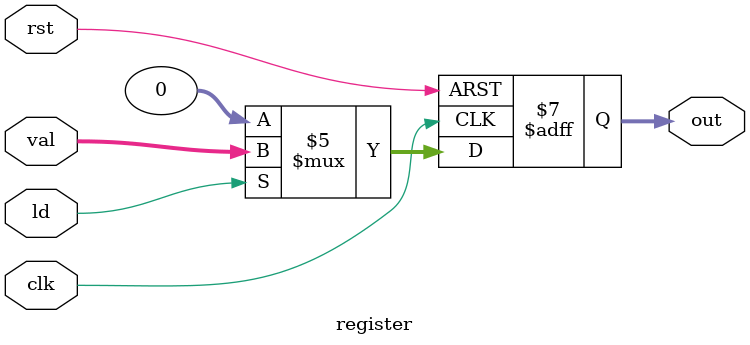
<source format=v>
module register #(parameter SIZE=32) (input [SIZE-1:0] val, input clk, rst, ld, output reg[SIZE-1:0] out);
  always @ (negedge clk, posedge rst) begin 
    if(rst ==1'b1) out<={(SIZE){1'b0}};
    else if(ld ==1'b1) out <= val;
    else out<={(SIZE){1'b0}};
  end 
endmodule
</source>
